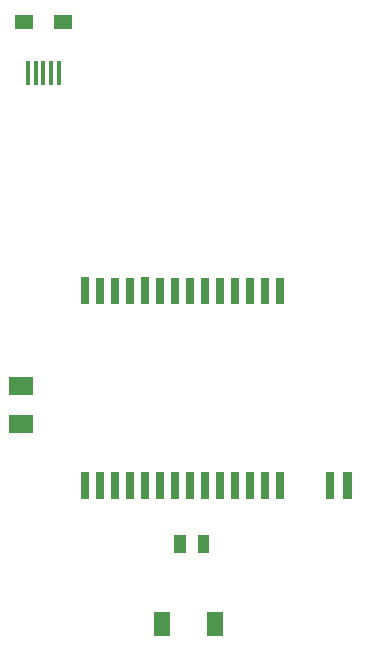
<source format=gtp>
G04 Layer: TopPasteMaskLayer*
G04 EasyEDA v6.4.14, 2021-01-21T23:56:56--5:00*
G04 aa685b108e8c4aaab1d0ece7fbf10bdb,7db2125e4611476bb2993bf99425ef50,10*
G04 Gerber Generator version 0.2*
G04 Scale: 100 percent, Rotated: No, Reflected: No *
G04 Dimensions in millimeters *
G04 leading zeros omitted , absolute positions ,4 integer and 5 decimal *
%FSLAX45Y45*%
%MOMM*%

%ADD13R,2.0000X1.6002*%
%ADD15R,0.4000X2.0000*%
%ADD16R,1.6000X1.1999*%
%ADD17R,0.7000X2.3000*%
%ADD18R,1.3500X2.0000*%

%LPD*%
D13*
G01*
X3975300Y3319693D03*
G01*
X3975300Y2999704D03*
G36*
X5473100Y2056099D02*
G01*
X5573100Y2056099D01*
X5573100Y1901098D01*
X5473100Y1901098D01*
G37*
G36*
X5273100Y2056099D02*
G01*
X5373100Y2056099D01*
X5373100Y1901098D01*
X5273100Y1901098D01*
G37*
D15*
G01*
X4036844Y5966703D03*
G01*
X4101843Y5966703D03*
G01*
X4166842Y5966703D03*
G01*
X4231840Y5966703D03*
G01*
X4296839Y5966703D03*
D16*
G01*
X4006237Y6397894D03*
G01*
X4334101Y6396268D03*
G36*
X6778899Y2358897D02*
G01*
X6778899Y2588900D01*
X6708896Y2588900D01*
X6708896Y2358897D01*
G37*
G36*
X6626898Y2358897D02*
G01*
X6626898Y2588900D01*
X6556895Y2588900D01*
X6556895Y2358897D01*
G37*
G36*
X6206898Y2358897D02*
G01*
X6206898Y2588900D01*
X6136896Y2588900D01*
X6136896Y2358897D01*
G37*
G36*
X6079898Y2358897D02*
G01*
X6079898Y2588900D01*
X6009896Y2588900D01*
X6009896Y2358897D01*
G37*
G36*
X5952898Y2358897D02*
G01*
X5952898Y2588900D01*
X5882896Y2588900D01*
X5882896Y2358897D01*
G37*
G36*
X5825898Y2358897D02*
G01*
X5825898Y2588900D01*
X5755896Y2588900D01*
X5755896Y2358897D01*
G37*
D17*
G01*
X6171892Y4124899D03*
G01*
X6045400Y4124899D03*
G01*
X5917892Y4124899D03*
G01*
X5790892Y4124899D03*
G01*
X5663892Y4124899D03*
G01*
X5536892Y4124899D03*
G36*
X5698898Y2358897D02*
G01*
X5698898Y2588900D01*
X5628896Y2588900D01*
X5628896Y2358897D01*
G37*
G36*
X5571898Y2358897D02*
G01*
X5571898Y2588900D01*
X5501896Y2588900D01*
X5501896Y2358897D01*
G37*
G36*
X5444898Y2358897D02*
G01*
X5444898Y2588900D01*
X5374896Y2588900D01*
X5374896Y2358897D01*
G37*
G36*
X5247904Y2358897D02*
G01*
X5247904Y2588900D01*
X5317906Y2588900D01*
X5317906Y2358897D01*
G37*
G36*
X4993901Y2358897D02*
G01*
X4993901Y2588900D01*
X5063904Y2588900D01*
X5063904Y2358897D01*
G37*
G36*
X5120899Y2358897D02*
G01*
X5120899Y2588900D01*
X5190901Y2588900D01*
X5190901Y2358897D01*
G37*
G36*
X4612899Y2358897D02*
G01*
X4612899Y2588900D01*
X4682901Y2588900D01*
X4682901Y2358897D01*
G37*
G36*
X4485901Y2358897D02*
G01*
X4485901Y2588900D01*
X4555904Y2588900D01*
X4555904Y2358897D01*
G37*
G36*
X4739904Y2358897D02*
G01*
X4739904Y2588900D01*
X4809906Y2588900D01*
X4809906Y2358897D01*
G37*
G36*
X4936898Y2358897D02*
G01*
X4936898Y2588900D01*
X4866896Y2588900D01*
X4866896Y2358897D01*
G37*
G36*
X4993894Y4239889D02*
G01*
X4993894Y4009887D01*
X5063896Y4009887D01*
X5063896Y4239889D01*
G37*
G01*
X5153505Y4124924D03*
G01*
X5407505Y4124924D03*
G01*
X5280505Y4124924D03*
G01*
X4772505Y4124924D03*
G01*
X4899505Y4124924D03*
G01*
X4645505Y4124924D03*
G36*
X4483506Y4239915D02*
G01*
X4483506Y4009913D01*
X4553508Y4009913D01*
X4553508Y4239915D01*
G37*
D18*
G01*
X5622693Y1305499D03*
G01*
X5172707Y1305499D03*
M02*

</source>
